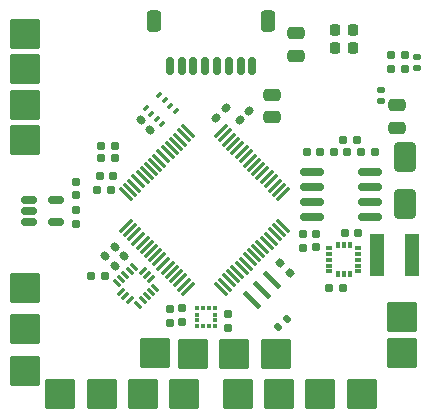
<source format=gbr>
%TF.GenerationSoftware,KiCad,Pcbnew,7.0.6-7.0.6~ubuntu22.04.1*%
%TF.CreationDate,2023-07-18T23:37:18-07:00*%
%TF.ProjectId,NHz_F4_FC,4e487a5f-4634-45f4-9643-2e6b69636164,rev?*%
%TF.SameCoordinates,Original*%
%TF.FileFunction,Paste,Top*%
%TF.FilePolarity,Positive*%
%FSLAX46Y46*%
G04 Gerber Fmt 4.6, Leading zero omitted, Abs format (unit mm)*
G04 Created by KiCad (PCBNEW 7.0.6-7.0.6~ubuntu22.04.1) date 2023-07-18 23:37:18*
%MOMM*%
%LPD*%
G01*
G04 APERTURE LIST*
G04 Aperture macros list*
%AMRoundRect*
0 Rectangle with rounded corners*
0 $1 Rounding radius*
0 $2 $3 $4 $5 $6 $7 $8 $9 X,Y pos of 4 corners*
0 Add a 4 corners polygon primitive as box body*
4,1,4,$2,$3,$4,$5,$6,$7,$8,$9,$2,$3,0*
0 Add four circle primitives for the rounded corners*
1,1,$1+$1,$2,$3*
1,1,$1+$1,$4,$5*
1,1,$1+$1,$6,$7*
1,1,$1+$1,$8,$9*
0 Add four rect primitives between the rounded corners*
20,1,$1+$1,$2,$3,$4,$5,0*
20,1,$1+$1,$4,$5,$6,$7,0*
20,1,$1+$1,$6,$7,$8,$9,0*
20,1,$1+$1,$8,$9,$2,$3,0*%
%AMRotRect*
0 Rectangle, with rotation*
0 The origin of the aperture is its center*
0 $1 length*
0 $2 width*
0 $3 Rotation angle, in degrees counterclockwise*
0 Add horizontal line*
21,1,$1,$2,0,0,$3*%
G04 Aperture macros list end*
%ADD10RoundRect,0.150000X-0.512500X-0.150000X0.512500X-0.150000X0.512500X0.150000X-0.512500X0.150000X0*%
%ADD11RoundRect,0.087500X-0.187500X-0.087500X0.187500X-0.087500X0.187500X0.087500X-0.187500X0.087500X0*%
%ADD12RoundRect,0.087500X-0.087500X-0.187500X0.087500X-0.187500X0.087500X0.187500X-0.087500X0.187500X0*%
%ADD13RoundRect,0.155000X-0.212500X-0.155000X0.212500X-0.155000X0.212500X0.155000X-0.212500X0.155000X0*%
%ADD14RoundRect,0.125000X-1.125000X-1.125000X1.125000X-1.125000X1.125000X1.125000X-1.125000X1.125000X0*%
%ADD15RoundRect,0.160000X0.160000X-0.197500X0.160000X0.197500X-0.160000X0.197500X-0.160000X-0.197500X0*%
%ADD16R,1.150000X3.600000*%
%ADD17RoundRect,0.155000X0.155000X-0.212500X0.155000X0.212500X-0.155000X0.212500X-0.155000X-0.212500X0*%
%ADD18RoundRect,0.160000X0.252791X-0.026517X-0.026517X0.252791X-0.252791X0.026517X0.026517X-0.252791X0*%
%ADD19RoundRect,0.147500X-0.172500X0.147500X-0.172500X-0.147500X0.172500X-0.147500X0.172500X0.147500X0*%
%ADD20RoundRect,0.155000X-0.259862X0.040659X0.040659X-0.259862X0.259862X-0.040659X-0.040659X0.259862X0*%
%ADD21RoundRect,0.250000X0.475000X-0.250000X0.475000X0.250000X-0.475000X0.250000X-0.475000X-0.250000X0*%
%ADD22RoundRect,0.160000X-0.160000X0.197500X-0.160000X-0.197500X0.160000X-0.197500X0.160000X0.197500X0*%
%ADD23RoundRect,0.250000X0.650000X-1.000000X0.650000X1.000000X-0.650000X1.000000X-0.650000X-1.000000X0*%
%ADD24RoundRect,0.155000X0.040659X0.259862X-0.259862X-0.040659X-0.040659X-0.259862X0.259862X0.040659X0*%
%ADD25RoundRect,0.250000X-0.475000X0.250000X-0.475000X-0.250000X0.475000X-0.250000X0.475000X0.250000X0*%
%ADD26RoundRect,0.155000X0.212500X0.155000X-0.212500X0.155000X-0.212500X-0.155000X0.212500X-0.155000X0*%
%ADD27RotRect,0.500000X0.350000X45.000000*%
%ADD28RoundRect,0.160000X-0.197500X-0.160000X0.197500X-0.160000X0.197500X0.160000X-0.197500X0.160000X0*%
%ADD29RoundRect,0.225000X-0.225000X-0.250000X0.225000X-0.250000X0.225000X0.250000X-0.225000X0.250000X0*%
%ADD30RoundRect,0.160000X0.197500X0.160000X-0.197500X0.160000X-0.197500X-0.160000X0.197500X-0.160000X0*%
%ADD31RotRect,0.400000X1.900000X45.000000*%
%ADD32RoundRect,0.155000X0.259862X-0.040659X-0.040659X0.259862X-0.259862X0.040659X0.040659X-0.259862X0*%
%ADD33RoundRect,0.150000X0.150000X0.625000X-0.150000X0.625000X-0.150000X-0.625000X0.150000X-0.625000X0*%
%ADD34RoundRect,0.250000X0.350000X0.650000X-0.350000X0.650000X-0.350000X-0.650000X0.350000X-0.650000X0*%
%ADD35RoundRect,0.150000X-0.825000X-0.150000X0.825000X-0.150000X0.825000X0.150000X-0.825000X0.150000X0*%
%ADD36RoundRect,0.147500X-0.017678X0.226274X-0.226274X0.017678X0.017678X-0.226274X0.226274X-0.017678X0*%
%ADD37RoundRect,0.075000X0.548008X-0.441942X-0.441942X0.548008X-0.548008X0.441942X0.441942X-0.548008X0*%
%ADD38RoundRect,0.075000X0.548008X0.441942X0.441942X0.548008X-0.548008X-0.441942X-0.441942X-0.548008X0*%
%ADD39RoundRect,0.155000X-0.040659X-0.259862X0.259862X0.040659X0.040659X0.259862X-0.259862X-0.040659X0*%
%ADD40RoundRect,0.155000X-0.155000X0.212500X-0.155000X-0.212500X0.155000X-0.212500X0.155000X0.212500X0*%
%ADD41RotRect,0.300000X0.800000X225.000000*%
%ADD42RotRect,0.300000X0.800000X315.000000*%
%ADD43RotRect,0.300000X0.800000X45.000000*%
%ADD44RotRect,0.300000X0.800000X135.000000*%
%ADD45R,0.350000X0.375000*%
%ADD46R,0.375000X0.350000*%
G04 APERTURE END LIST*
D10*
%TO.C,U6*%
X114362500Y-48550000D03*
X114362500Y-49500000D03*
X114362500Y-50450000D03*
X116637500Y-50450000D03*
X116637500Y-48550000D03*
%TD*%
D11*
%TO.C,U4*%
X139775000Y-52600000D03*
X139775000Y-53100000D03*
X139775000Y-53600000D03*
X139775000Y-54100000D03*
X139775000Y-54600000D03*
D12*
X140500000Y-54825000D03*
X141000000Y-54825000D03*
X141500000Y-54825000D03*
D11*
X142225000Y-54600000D03*
X142225000Y-54100000D03*
X142225000Y-53600000D03*
X142225000Y-53100000D03*
X142225000Y-52600000D03*
D12*
X141500000Y-52375000D03*
X141000000Y-52375000D03*
X140500000Y-52375000D03*
%TD*%
D13*
%TO.C,C8*%
X120332500Y-46500000D03*
X121467500Y-46500000D03*
%TD*%
D14*
%TO.C,TP2*%
X124000000Y-65000000D03*
%TD*%
D15*
%TO.C,R10*%
X126300000Y-58997500D03*
X126300000Y-57802500D03*
%TD*%
D13*
%TO.C,C19*%
X141093100Y-51309700D03*
X142228100Y-51309700D03*
%TD*%
D16*
%TO.C,L1*%
X143830500Y-53220000D03*
X146780500Y-53220000D03*
%TD*%
D17*
%TO.C,C13*%
X118300000Y-50567500D03*
X118300000Y-49432500D03*
%TD*%
D18*
%TO.C,R2*%
X136422496Y-54722496D03*
X135577504Y-53877504D03*
%TD*%
D19*
%TO.C,D2*%
X144100000Y-39215000D03*
X144100000Y-40185000D03*
%TD*%
D20*
%TO.C,C18*%
X120798717Y-53298717D03*
X121601283Y-54101283D03*
%TD*%
D21*
%TO.C,C26*%
X145500000Y-42450000D03*
X145500000Y-40550000D03*
%TD*%
D22*
%TO.C,R4*%
X146200000Y-36302500D03*
X146200000Y-37497500D03*
%TD*%
D14*
%TO.C,TP24*%
X125000000Y-61500000D03*
%TD*%
D17*
%TO.C,C11*%
X138600000Y-52567500D03*
X138600000Y-51432500D03*
%TD*%
D14*
%TO.C,TP20*%
X135219800Y-61570100D03*
%TD*%
D23*
%TO.C,D6*%
X146200000Y-48900000D03*
X146200000Y-44900000D03*
%TD*%
D24*
%TO.C,C7*%
X133001283Y-40998717D03*
X132198717Y-41801283D03*
%TD*%
D17*
%TO.C,C12*%
X118300000Y-48167500D03*
X118300000Y-47032500D03*
%TD*%
D25*
%TO.C,C3*%
X134900000Y-39650000D03*
X134900000Y-41550000D03*
%TD*%
D14*
%TO.C,TP17*%
X142500000Y-65000000D03*
%TD*%
%TO.C,TP23*%
X117000000Y-65000000D03*
%TD*%
D19*
%TO.C,D3*%
X147200000Y-36415000D03*
X147200000Y-37385000D03*
%TD*%
D26*
%TO.C,C16*%
X121267500Y-47700000D03*
X120132500Y-47700000D03*
%TD*%
D15*
%TO.C,R11*%
X127300000Y-58897500D03*
X127300000Y-57702500D03*
%TD*%
%TO.C,R6*%
X137500000Y-52597500D03*
X137500000Y-51402500D03*
%TD*%
D14*
%TO.C,TP28*%
X114000000Y-43500000D03*
%TD*%
D27*
%TO.C,U3*%
X125376256Y-39644885D03*
X125835876Y-40104505D03*
X126295495Y-40564124D03*
X126755115Y-41023744D03*
X125623744Y-42155115D03*
X125164124Y-41695495D03*
X124704505Y-41235876D03*
X124244885Y-40776256D03*
%TD*%
D14*
%TO.C,TP27*%
X114000000Y-34500000D03*
%TD*%
D20*
%TO.C,C20*%
X123798717Y-41798717D03*
X124601283Y-42601283D03*
%TD*%
D28*
%TO.C,R5*%
X139702500Y-56000000D03*
X140897500Y-56000000D03*
%TD*%
D29*
%TO.C,C6*%
X140225000Y-34200000D03*
X141775000Y-34200000D03*
%TD*%
D26*
%TO.C,C9*%
X141282085Y-44529909D03*
X140147085Y-44529909D03*
%TD*%
D14*
%TO.C,TP26*%
X114000000Y-56000000D03*
%TD*%
%TO.C,TP10*%
X114000000Y-63000000D03*
%TD*%
%TO.C,TP13*%
X114000000Y-37500000D03*
%TD*%
%TO.C,TP14*%
X114000000Y-40500000D03*
%TD*%
D13*
%TO.C,C14*%
X137832500Y-44500000D03*
X138967500Y-44500000D03*
%TD*%
D26*
%TO.C,C25*%
X142067500Y-43500000D03*
X140932500Y-43500000D03*
%TD*%
D28*
%TO.C,R7*%
X142402500Y-44500000D03*
X143597500Y-44500000D03*
%TD*%
D30*
%TO.C,R1*%
X120797500Y-55000000D03*
X119602500Y-55000000D03*
%TD*%
D14*
%TO.C,TP11*%
X145900000Y-61500000D03*
%TD*%
D31*
%TO.C,Y1*%
X133251472Y-57048528D03*
X134100000Y-56200000D03*
X134948528Y-55351472D03*
%TD*%
D14*
%TO.C,TP16*%
X139000000Y-65000000D03*
%TD*%
%TO.C,TP1*%
X120500000Y-65000000D03*
%TD*%
%TO.C,TP21*%
X132000000Y-65000000D03*
%TD*%
D32*
%TO.C,C17*%
X122401283Y-53301283D03*
X121598717Y-52498717D03*
%TD*%
D33*
%TO.C,J2*%
X133250000Y-37250000D03*
X132250000Y-37250000D03*
X131250000Y-37250000D03*
X130250000Y-37250000D03*
X129250000Y-37250000D03*
X128250000Y-37250000D03*
X127250000Y-37250000D03*
X126250000Y-37250000D03*
D34*
X134550000Y-33375000D03*
X124950000Y-33375000D03*
%TD*%
D21*
%TO.C,C4*%
X136900000Y-36350000D03*
X136900000Y-34450000D03*
%TD*%
D29*
%TO.C,C5*%
X140225000Y-35700000D03*
X141775000Y-35700000D03*
%TD*%
D22*
%TO.C,R3*%
X145000000Y-36302500D03*
X145000000Y-37497500D03*
%TD*%
D14*
%TO.C,TP8*%
X131719800Y-61570100D03*
%TD*%
D35*
%TO.C,U2*%
X138279000Y-46153400D03*
X138279000Y-47423400D03*
X138279000Y-48693400D03*
X138279000Y-49963400D03*
X143229000Y-49963400D03*
X143229000Y-48693400D03*
X143229000Y-47423400D03*
X143229000Y-46153400D03*
%TD*%
D36*
%TO.C,D4*%
X136142947Y-58657053D03*
X135457053Y-59342947D03*
%TD*%
D37*
%TO.C,U1*%
X130561181Y-56064481D03*
X130914734Y-55710928D03*
X131268287Y-55357375D03*
X131621841Y-55003821D03*
X131975394Y-54650268D03*
X132328948Y-54296714D03*
X132682501Y-53943161D03*
X133036054Y-53589608D03*
X133389608Y-53236054D03*
X133743161Y-52882501D03*
X134096714Y-52528948D03*
X134450268Y-52175394D03*
X134803821Y-51821841D03*
X135157375Y-51468287D03*
X135510928Y-51114734D03*
X135864481Y-50761181D03*
D38*
X135864481Y-48038819D03*
X135510928Y-47685266D03*
X135157375Y-47331713D03*
X134803821Y-46978159D03*
X134450268Y-46624606D03*
X134096714Y-46271052D03*
X133743161Y-45917499D03*
X133389608Y-45563946D03*
X133036054Y-45210392D03*
X132682501Y-44856839D03*
X132328948Y-44503286D03*
X131975394Y-44149732D03*
X131621841Y-43796179D03*
X131268287Y-43442625D03*
X130914734Y-43089072D03*
X130561181Y-42735519D03*
D37*
X127838819Y-42735519D03*
X127485266Y-43089072D03*
X127131713Y-43442625D03*
X126778159Y-43796179D03*
X126424606Y-44149732D03*
X126071052Y-44503286D03*
X125717499Y-44856839D03*
X125363946Y-45210392D03*
X125010392Y-45563946D03*
X124656839Y-45917499D03*
X124303286Y-46271052D03*
X123949732Y-46624606D03*
X123596179Y-46978159D03*
X123242625Y-47331713D03*
X122889072Y-47685266D03*
X122535519Y-48038819D03*
D38*
X122535519Y-50761181D03*
X122889072Y-51114734D03*
X123242625Y-51468287D03*
X123596179Y-51821841D03*
X123949732Y-52175394D03*
X124303286Y-52528948D03*
X124656839Y-52882501D03*
X125010392Y-53236054D03*
X125363946Y-53589608D03*
X125717499Y-53943161D03*
X126071052Y-54296714D03*
X126424606Y-54650268D03*
X126778159Y-55003821D03*
X127131713Y-55357375D03*
X127485266Y-55710928D03*
X127838819Y-56064481D03*
%TD*%
D30*
%TO.C,R9*%
X121597500Y-44000000D03*
X120402500Y-44000000D03*
%TD*%
D28*
%TO.C,R8*%
X120402500Y-45000000D03*
X121597500Y-45000000D03*
%TD*%
D39*
%TO.C,C15*%
X130198717Y-41601283D03*
X131001283Y-40798717D03*
%TD*%
D40*
%TO.C,C21*%
X131200000Y-58232500D03*
X131200000Y-59367500D03*
%TD*%
D14*
%TO.C,TP15*%
X135500000Y-65000000D03*
%TD*%
%TO.C,TP9*%
X114000000Y-59500000D03*
%TD*%
%TO.C,TP19*%
X127500000Y-65000000D03*
%TD*%
D41*
%TO.C,U5*%
X123205546Y-54191332D03*
X122851992Y-54544885D03*
X122498439Y-54898439D03*
X122144885Y-55251992D03*
X121791332Y-55605546D03*
D42*
X122144885Y-56348008D03*
X122498439Y-56701561D03*
X122851992Y-57055115D03*
D43*
X123594454Y-57408668D03*
X123948008Y-57055115D03*
X124301561Y-56701561D03*
X124655115Y-56348008D03*
X125008668Y-55994454D03*
D44*
X124655115Y-55251992D03*
X124301561Y-54898439D03*
X123948008Y-54544885D03*
%TD*%
D14*
%TO.C,TP7*%
X128219800Y-61570100D03*
%TD*%
%TO.C,TP12*%
X145900000Y-58500000D03*
%TD*%
D45*
%TO.C,U7*%
X128550000Y-59262500D03*
X129050000Y-59262500D03*
X129550000Y-59262500D03*
X130050000Y-59262500D03*
D46*
X130062500Y-58750000D03*
X130062500Y-58250000D03*
D45*
X130050000Y-57737500D03*
X129550000Y-57737500D03*
X129050000Y-57737500D03*
X128550000Y-57737500D03*
D46*
X128537500Y-58250000D03*
X128537500Y-58750000D03*
%TD*%
M02*

</source>
